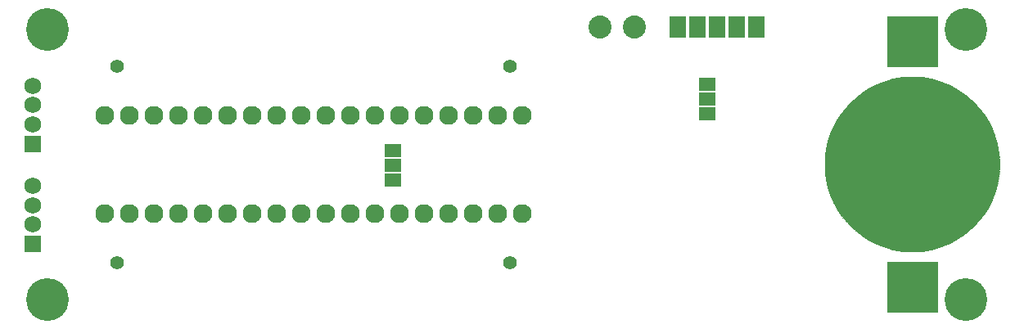
<source format=gbs>
G75*
%MOIN*%
%OFA0B0*%
%FSLAX25Y25*%
%IPPOS*%
%LPD*%
%AMOC8*
5,1,8,0,0,1.08239X$1,22.5*
%
%ADD10C,0.09400*%
%ADD11C,0.07700*%
%ADD12C,0.05524*%
%ADD13R,0.07100X0.05400*%
%ADD14R,0.16800X0.16800*%
%ADD15R,0.20800X0.20800*%
%ADD16C,0.00500*%
%ADD17R,0.06800X0.06800*%
%ADD18C,0.06800*%
%ADD19R,0.06706X0.08674*%
%ADD20C,0.17398*%
D10*
X0270863Y0185293D03*
X0284642Y0185293D03*
D11*
X0238934Y0149128D03*
X0228934Y0149128D03*
X0218934Y0149128D03*
X0208934Y0149128D03*
X0198934Y0149128D03*
X0188934Y0149128D03*
X0178934Y0149128D03*
X0168934Y0149128D03*
X0158934Y0149128D03*
X0148934Y0149128D03*
X0138934Y0149128D03*
X0128934Y0149128D03*
X0118934Y0149128D03*
X0108934Y0149128D03*
X0098934Y0149128D03*
X0088934Y0149128D03*
X0078934Y0149128D03*
X0068934Y0149128D03*
X0068934Y0109128D03*
X0078934Y0109128D03*
X0088934Y0109128D03*
X0098934Y0109128D03*
X0108934Y0109128D03*
X0118934Y0109128D03*
X0128934Y0109128D03*
X0138934Y0109128D03*
X0148934Y0109128D03*
X0158934Y0109128D03*
X0168934Y0109128D03*
X0178934Y0109128D03*
X0188934Y0109128D03*
X0198934Y0109128D03*
X0208934Y0109128D03*
X0218934Y0109128D03*
X0228934Y0109128D03*
X0238934Y0109128D03*
D12*
X0233934Y0089128D03*
X0233934Y0169128D03*
X0073934Y0169128D03*
X0073934Y0089128D03*
D13*
X0186501Y0122805D03*
X0186501Y0128805D03*
X0186501Y0134805D03*
X0314422Y0149793D03*
X0314422Y0155793D03*
X0314422Y0161793D03*
D14*
X0398028Y0129159D03*
D15*
X0398028Y0179159D03*
X0398028Y0079159D03*
D16*
X0398028Y0093726D02*
X0394061Y0093949D01*
X0390144Y0094614D01*
X0386325Y0095714D01*
X0382654Y0097235D01*
X0379177Y0099157D01*
X0375936Y0101456D01*
X0372973Y0104104D01*
X0370326Y0107067D01*
X0368026Y0110308D01*
X0366104Y0113785D01*
X0364584Y0117456D01*
X0363484Y0121275D01*
X0362818Y0125192D01*
X0362595Y0129159D01*
X0362818Y0133126D01*
X0363484Y0137044D01*
X0364584Y0140862D01*
X0366104Y0144533D01*
X0368026Y0148011D01*
X0370326Y0151251D01*
X0372973Y0154214D01*
X0375936Y0156862D01*
X0379177Y0159161D01*
X0382654Y0161083D01*
X0386325Y0162604D01*
X0390144Y0163704D01*
X0394061Y0164369D01*
X0398028Y0164592D01*
X0401995Y0164369D01*
X0405913Y0163704D01*
X0409731Y0162604D01*
X0413402Y0161083D01*
X0416880Y0159161D01*
X0420120Y0156862D01*
X0423083Y0154214D01*
X0425731Y0151251D01*
X0428030Y0148011D01*
X0429952Y0144533D01*
X0431473Y0140862D01*
X0432573Y0137044D01*
X0433238Y0133126D01*
X0433461Y0129159D01*
X0433238Y0125192D01*
X0432573Y0121275D01*
X0431473Y0117456D01*
X0429952Y0113785D01*
X0428030Y0110308D01*
X0425731Y0107067D01*
X0423083Y0104104D01*
X0420120Y0101456D01*
X0416880Y0099157D01*
X0413402Y0097235D01*
X0409731Y0095714D01*
X0405913Y0094614D01*
X0401995Y0093949D01*
X0398028Y0093726D01*
X0392666Y0094186D02*
X0403390Y0094186D01*
X0406155Y0094684D02*
X0389901Y0094684D01*
X0388171Y0095183D02*
X0407886Y0095183D01*
X0409616Y0095681D02*
X0386440Y0095681D01*
X0385202Y0096180D02*
X0410855Y0096180D01*
X0412058Y0096678D02*
X0383998Y0096678D01*
X0382795Y0097177D02*
X0413262Y0097177D01*
X0414199Y0097675D02*
X0381858Y0097675D01*
X0380956Y0098174D02*
X0415101Y0098174D01*
X0416003Y0098672D02*
X0380054Y0098672D01*
X0379157Y0099171D02*
X0416899Y0099171D01*
X0417602Y0099669D02*
X0378455Y0099669D01*
X0377752Y0100168D02*
X0418304Y0100168D01*
X0419007Y0100666D02*
X0377049Y0100666D01*
X0376347Y0101165D02*
X0419710Y0101165D01*
X0420352Y0101663D02*
X0375704Y0101663D01*
X0375147Y0102162D02*
X0420910Y0102162D01*
X0421468Y0102660D02*
X0374589Y0102660D01*
X0374031Y0103159D02*
X0422026Y0103159D01*
X0422583Y0103658D02*
X0373473Y0103658D01*
X0372927Y0104156D02*
X0423130Y0104156D01*
X0423575Y0104655D02*
X0372481Y0104655D01*
X0372036Y0105153D02*
X0424021Y0105153D01*
X0424466Y0105652D02*
X0371590Y0105652D01*
X0371145Y0106150D02*
X0424912Y0106150D01*
X0425357Y0106649D02*
X0370699Y0106649D01*
X0370269Y0107147D02*
X0425788Y0107147D01*
X0426141Y0107646D02*
X0369915Y0107646D01*
X0369561Y0108144D02*
X0426495Y0108144D01*
X0426849Y0108643D02*
X0369208Y0108643D01*
X0368854Y0109141D02*
X0427203Y0109141D01*
X0427556Y0109640D02*
X0368500Y0109640D01*
X0368146Y0110138D02*
X0427910Y0110138D01*
X0428212Y0110637D02*
X0367844Y0110637D01*
X0367569Y0111135D02*
X0428488Y0111135D01*
X0428763Y0111634D02*
X0367293Y0111634D01*
X0367018Y0112132D02*
X0429039Y0112132D01*
X0429314Y0112631D02*
X0366742Y0112631D01*
X0366467Y0113129D02*
X0429590Y0113129D01*
X0429865Y0113628D02*
X0366191Y0113628D01*
X0365963Y0114126D02*
X0430094Y0114126D01*
X0430300Y0114625D02*
X0365756Y0114625D01*
X0365550Y0115123D02*
X0430507Y0115123D01*
X0430713Y0115622D02*
X0365343Y0115622D01*
X0365137Y0116120D02*
X0430919Y0116120D01*
X0431126Y0116619D02*
X0364930Y0116619D01*
X0364724Y0117117D02*
X0431332Y0117117D01*
X0431519Y0117616D02*
X0364538Y0117616D01*
X0364394Y0118114D02*
X0431662Y0118114D01*
X0431806Y0118613D02*
X0364250Y0118613D01*
X0364107Y0119111D02*
X0431950Y0119111D01*
X0432093Y0119610D02*
X0363963Y0119610D01*
X0363819Y0120108D02*
X0432237Y0120108D01*
X0432381Y0120607D02*
X0363676Y0120607D01*
X0363532Y0121105D02*
X0432524Y0121105D01*
X0432629Y0121604D02*
X0363428Y0121604D01*
X0363343Y0122102D02*
X0432714Y0122102D01*
X0432798Y0122601D02*
X0363258Y0122601D01*
X0363173Y0123099D02*
X0432883Y0123099D01*
X0432968Y0123598D02*
X0363089Y0123598D01*
X0363004Y0124096D02*
X0433052Y0124096D01*
X0433137Y0124595D02*
X0362919Y0124595D01*
X0362835Y0125094D02*
X0433222Y0125094D01*
X0433261Y0125592D02*
X0362795Y0125592D01*
X0362767Y0126091D02*
X0433289Y0126091D01*
X0433317Y0126589D02*
X0362739Y0126589D01*
X0362711Y0127088D02*
X0433345Y0127088D01*
X0433373Y0127586D02*
X0362683Y0127586D01*
X0362655Y0128085D02*
X0433401Y0128085D01*
X0433429Y0128583D02*
X0362627Y0128583D01*
X0362599Y0129082D02*
X0433457Y0129082D01*
X0433438Y0129580D02*
X0362619Y0129580D01*
X0362647Y0130079D02*
X0433410Y0130079D01*
X0433382Y0130577D02*
X0362675Y0130577D01*
X0362703Y0131076D02*
X0433354Y0131076D01*
X0433326Y0131574D02*
X0362731Y0131574D01*
X0362759Y0132073D02*
X0433298Y0132073D01*
X0433270Y0132571D02*
X0362787Y0132571D01*
X0362815Y0133070D02*
X0433242Y0133070D01*
X0433163Y0133568D02*
X0362893Y0133568D01*
X0362978Y0134067D02*
X0433079Y0134067D01*
X0432994Y0134565D02*
X0363062Y0134565D01*
X0363147Y0135064D02*
X0432909Y0135064D01*
X0432825Y0135562D02*
X0363232Y0135562D01*
X0363317Y0136061D02*
X0432740Y0136061D01*
X0432655Y0136559D02*
X0363401Y0136559D01*
X0363488Y0137058D02*
X0432569Y0137058D01*
X0432425Y0137556D02*
X0363631Y0137556D01*
X0363775Y0138055D02*
X0432282Y0138055D01*
X0432138Y0138553D02*
X0363918Y0138553D01*
X0364062Y0139052D02*
X0431994Y0139052D01*
X0431851Y0139550D02*
X0364206Y0139550D01*
X0364349Y0140049D02*
X0431707Y0140049D01*
X0431564Y0140547D02*
X0364493Y0140547D01*
X0364660Y0141046D02*
X0431397Y0141046D01*
X0431190Y0141544D02*
X0364866Y0141544D01*
X0365073Y0142043D02*
X0430984Y0142043D01*
X0430777Y0142541D02*
X0365279Y0142541D01*
X0365486Y0143040D02*
X0430571Y0143040D01*
X0430364Y0143538D02*
X0365692Y0143538D01*
X0365899Y0144037D02*
X0430158Y0144037D01*
X0429951Y0144535D02*
X0366105Y0144535D01*
X0366381Y0145034D02*
X0429675Y0145034D01*
X0429400Y0145532D02*
X0366657Y0145532D01*
X0366932Y0146031D02*
X0429124Y0146031D01*
X0428849Y0146529D02*
X0367208Y0146529D01*
X0367483Y0147028D02*
X0428573Y0147028D01*
X0428298Y0147527D02*
X0367759Y0147527D01*
X0368036Y0148025D02*
X0428020Y0148025D01*
X0427666Y0148524D02*
X0368390Y0148524D01*
X0368744Y0149022D02*
X0427313Y0149022D01*
X0426959Y0149521D02*
X0369098Y0149521D01*
X0369451Y0150019D02*
X0426605Y0150019D01*
X0426252Y0150518D02*
X0369805Y0150518D01*
X0370159Y0151016D02*
X0425898Y0151016D01*
X0425496Y0151515D02*
X0370561Y0151515D01*
X0371006Y0152013D02*
X0425050Y0152013D01*
X0424605Y0152512D02*
X0371452Y0152512D01*
X0371897Y0153010D02*
X0424159Y0153010D01*
X0423714Y0153509D02*
X0372343Y0153509D01*
X0372788Y0154007D02*
X0423268Y0154007D01*
X0422757Y0154506D02*
X0373300Y0154506D01*
X0373857Y0155004D02*
X0422199Y0155004D01*
X0421641Y0155503D02*
X0374415Y0155503D01*
X0374973Y0156001D02*
X0421083Y0156001D01*
X0420526Y0156500D02*
X0375531Y0156500D01*
X0376128Y0156998D02*
X0419928Y0156998D01*
X0419226Y0157497D02*
X0376831Y0157497D01*
X0377533Y0157995D02*
X0418523Y0157995D01*
X0417820Y0158494D02*
X0378236Y0158494D01*
X0378939Y0158992D02*
X0417118Y0158992D01*
X0416283Y0159491D02*
X0379773Y0159491D01*
X0380675Y0159989D02*
X0415381Y0159989D01*
X0414479Y0160488D02*
X0381577Y0160488D01*
X0382479Y0160986D02*
X0413577Y0160986D01*
X0412432Y0161485D02*
X0383624Y0161485D01*
X0384827Y0161983D02*
X0411229Y0161983D01*
X0410025Y0162482D02*
X0386031Y0162482D01*
X0387632Y0162980D02*
X0408424Y0162980D01*
X0406694Y0163479D02*
X0389363Y0163479D01*
X0391754Y0163977D02*
X0404303Y0163977D01*
X0400099Y0164476D02*
X0395957Y0164476D01*
D17*
X0039760Y0137600D03*
X0039760Y0096781D03*
D18*
X0039760Y0104655D03*
X0039760Y0112529D03*
X0039760Y0120403D03*
X0039760Y0145474D03*
X0039760Y0153348D03*
X0039760Y0161222D03*
D19*
X0302418Y0185293D03*
X0310418Y0185293D03*
X0318418Y0185293D03*
X0326418Y0185293D03*
X0334418Y0185293D03*
D20*
X0045666Y0074041D03*
X0045666Y0184277D03*
X0419646Y0184277D03*
X0419682Y0074041D03*
M02*

</source>
